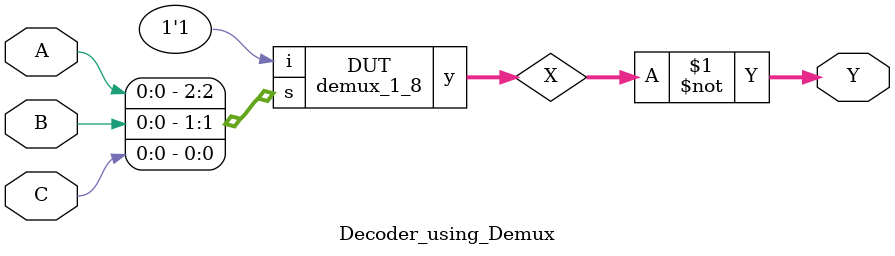
<source format=v>
module demux_1_8(input i,input [2:0]s,output [0:7]y);
assign y[0]=(i & ~s[2] & ~s[1]& ~s[0]);
assign y[1]=(i & ~s[2] & ~s[1]& s[0]);
assign y[2]=(i & ~s[2] & s[1]& ~s[0]);
assign y[3]=(i & ~s[2] & s[1]& s[0]);
assign y[4]=(i & s[2] & ~s[1]& ~s[0]);
assign y[5]=(i & s[2] & ~s[1]& s[0]);
assign y[6]=(i & s[2] & s[1]& ~s[0]);
assign y[7]=(i & s[2] & s[1]& s[0]);
endmodule

module Decoder_using_Demux(input A,B,C, output [0:7]Y);
wire [0:7]X;
demux_1_8 DUT(1'b1,{A,B,C},X);
assign Y=~X;
endmodule

</source>
